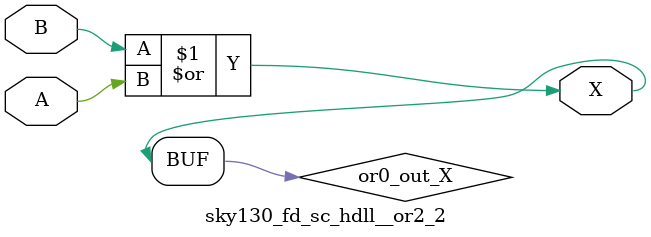
<source format=v>
/*
 * Copyright 2020 The SkyWater PDK Authors
 *
 * Licensed under the Apache License, Version 2.0 (the "License");
 * you may not use this file except in compliance with the License.
 * You may obtain a copy of the License at
 *
 *     https://www.apache.org/licenses/LICENSE-2.0
 *
 * Unless required by applicable law or agreed to in writing, software
 * distributed under the License is distributed on an "AS IS" BASIS,
 * WITHOUT WARRANTIES OR CONDITIONS OF ANY KIND, either express or implied.
 * See the License for the specific language governing permissions and
 * limitations under the License.
 *
 * SPDX-License-Identifier: Apache-2.0
*/


`ifndef SKY130_FD_SC_HDLL__OR2_2_FUNCTIONAL_V
`define SKY130_FD_SC_HDLL__OR2_2_FUNCTIONAL_V

/**
 * or2: 2-input OR.
 *
 * Verilog simulation functional model.
 */

`timescale 1ns / 1ps
`default_nettype none

`celldefine
module sky130_fd_sc_hdll__or2_2 (
    X,
    A,
    B
);

    // Module ports
    output X;
    input  A;
    input  B;

    // Local signals
    wire or0_out_X;

    //  Name  Output     Other arguments
    or  or0  (or0_out_X, B, A           );
    buf buf0 (X        , or0_out_X      );

endmodule
`endcelldefine

`default_nettype wire
`endif  // SKY130_FD_SC_HDLL__OR2_2_FUNCTIONAL_V

</source>
